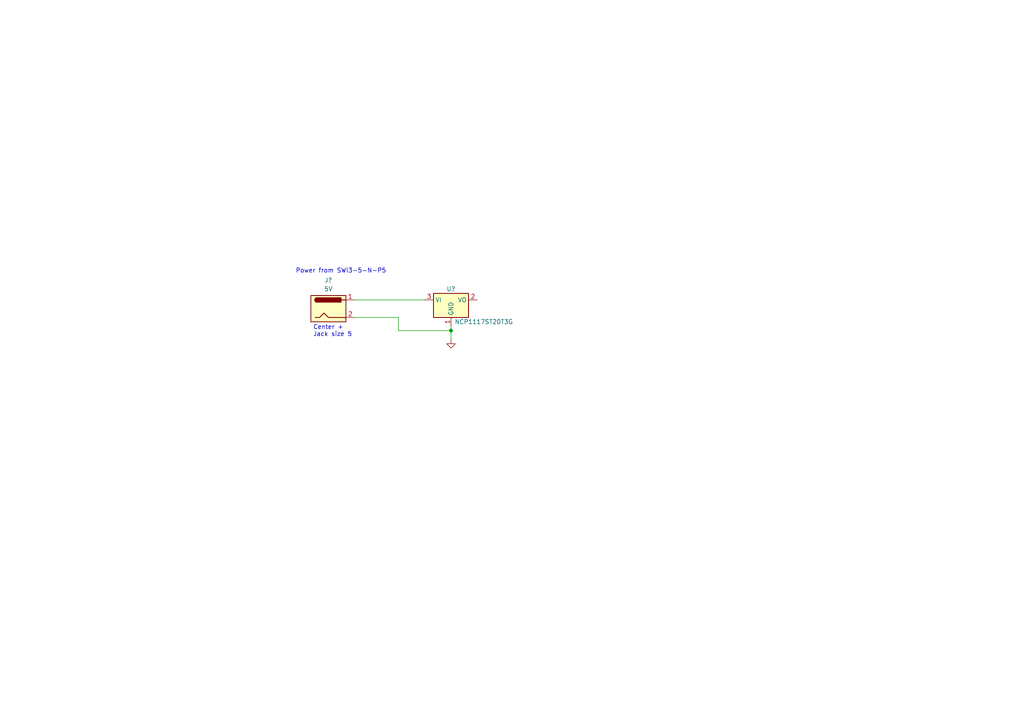
<source format=kicad_sch>
(kicad_sch (version 20230121) (generator eeschema)
  (paper "A4")
  (lib_symbols
    (symbol "Connector:Jack-DC" (pin_names (offset 1.016))
      (property "Reference" "J" (at 0 5.334 0))
      (property "Value" "Jack-DC" (at 0 -5.08 0))
      (symbol "Jack-DC_0_1"
        (rectangle (start -5.08 3.81) (end 5.08 -3.81) (stroke (width 0.254)) (fill (type background)))
        (arc (start -3.302 3.175) (mid -3.9343 2.54) (end -3.302 1.905) (stroke (width 0.254)))
        (arc (start -3.302 3.175) (mid -3.9343 2.54) (end -3.302 1.905) (stroke (width 0.254)) (fill (type outline)))
        (polyline (pts (xy 5.08 2.54) (xy 3.81 2.54)) (stroke (width 0.254)))
        (polyline (pts (xy -3.81 -2.54) (xy -2.54 -2.54) (xy -1.27 -1.27) (xy 0 -2.54) (xy 2.54 -2.54) (xy 5.08 -2.54)) (stroke (width 0.254)))
        (rectangle (start 3.683 3.175) (end -3.302 1.905) (stroke (width 0.254)) (fill (type outline)))
      )
      (symbol "Jack-DC_1_1"
        (pin passive line (at 7.62 2.54 180) (length 2.54) (name "~") (number "1"))
        (pin passive line (at 7.62 -2.54 180) (length 2.54) (name "~") (number "2"))
      )
    )
    (symbol "Regulator_Linear:NCP1117-1.5_SOT223"
      (property "Reference" "U" (at -3.81 3.175 0))
      (property "Value" "NCP1117-1.5_SOT223" (at 0 3.175 0))
      (symbol "NCP1117-1.5_SOT223_0_1"
        (rectangle (start -5.08 -5.08) (end 5.08 1.905) (stroke (width 0.254)) (fill (type background)))
      )
      (symbol "NCP1117-1.5_SOT223_1_1"
        (pin power_in line (at 0 -7.62 90) (length 2.54) (name "GND") (number "1"))
        (pin power_out line (at 7.62 0 180) (length 2.54) (name "VO") (number "2"))
        (pin power_in line (at -7.62 0 0) (length 2.54) (name "VI") (number "3"))
      )
    )
    (symbol "power:GND" (power) (pin_names (offset 0))
      (property "Value" "GND" (at 0 -3.81 0))
      (symbol "GND_0_1"
        (polyline (pts (xy 0 0) (xy 0 -1.27) (xy 1.27 -1.27) (xy 0 -2.54) (xy -1.27 -1.27) (xy 0 -1.27)))
      )
      (symbol "GND_1_1"
        (pin power_in line (at 0 0 270) (length 0) hide (name "GND") (number "1"))
      )
    )
  )
  (junction (at 130.81 95.885))
  (wire (pts (xy 102.87 86.995) (xy 123.19 86.995)))
  (wire (pts (xy 130.81 94.615) (xy 130.81 95.885)))
  (wire (pts (xy 115.57 92.075) (xy 115.57 95.885)))
  (wire (pts (xy 115.57 95.885) (xy 130.81 95.885)))
  (wire (pts (xy 115.57 92.075) (xy 102.87 92.075)))
  (wire (pts (xy 130.81 95.885) (xy 130.81 98.425)))
  (text "Power from SWI3-5-N-P5" (at 85.725 79.375 0) (effects (font (size 1.27 1.27)) (justify left bottom)))
  (text "Center + \nJack size 5" (at 90.805 97.79 0) (effects (font (size 1.27 1.27)) (justify left bottom)))
  (symbol (lib_id "power:GND") (at 130.81 98.425 0) (unit 1)
    (property "Reference" "#PWR0113" (effects hide))
    (property "Value" "GND" (effects hide))
  )
  (symbol (lib_id "Connector:Jack-DC") (at 95.25 89.535 0) (unit 1)
    (property "Reference" "J?" (at 95.25 81.28 0))
    (property "Value" "5V" (at 95.25 83.82 0))
  )
  (symbol (lib_id "Regulator_Linear:NCP1117-1.5_SOT223") (at 130.81 86.995 0) (unit 1)
    (property "Reference" "U?" (at 130.81 83.82 0))
    (property "Value" "NCP1117ST20T3G" (at 140.335 93.345 0))
    (property "Footprint" "Package_TO_SOT_SMD:SOT-223-3_TabPin2" (effects hide))
    (property "Datasheet" "http://www.onsemi.com/pub_link/Collateral/NCP1117-D.PDF" (effects hide))
  )
)
</source>
